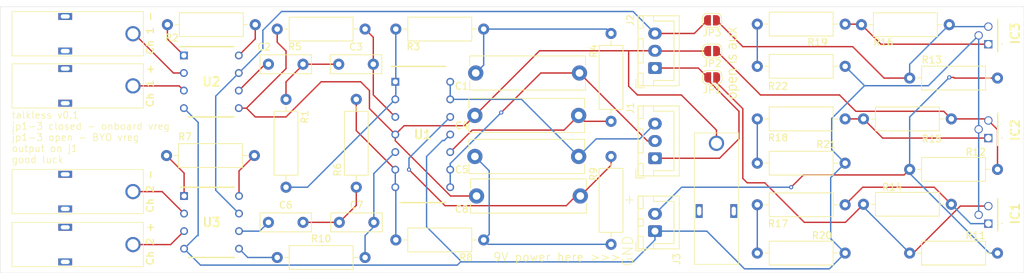
<source format=kicad_pcb>
(kicad_pcb (version 20240108) (generator "pcbnew") (generator_version "8.0")
  (layers (0 "F.Cu" signal) (31 "B.Cu" signal) (34 "B.Paste" user) (35 "F.Paste" user) (36 "B.SilkS" user "B.Silkscreen") (37 "F.SilkS" user "F.Silkscreen") (38 "B.Mask" user) (39 "F.Mask" user) (44 "Edge.Cuts" user))
  (net 0 "")
  (net 1 "Net-(C1-Pad1)")
  (net 2 "Net-(J1-Pin_2)")
  (net 3 "Net-(C2-Pad1)")
  (net 4 "Net-(C2-Pad2)")
  (net 5 "Net-(U1A-+)")
  (net 6 "Net-(U1B-+)")
  (net 7 "5.6V")
  (net 8 "Net-(C5-Pad1)")
  (net 9 "Net-(J1-Pin_3)")
  (net 10 "Net-(C6-Pad2)")
  (net 11 "Net-(C6-Pad1)")
  (net 12 "Net-(U1C-+)")
  (net 13 "Net-(U1D-+)")
  (net 14 "Net-(IC1-Pad1)")
  (net 15 "4V")
  (net 16 "0V")
  (net 17 "Net-(IC2-Pad1)")
  (net 18 "Net-(IC3-Pad1)")
  (net 19 "7.3V")
  (net 20 "Net-(U1A--)")
  (net 21 "9V")
  (net 22 "Net-(R17-Pad2)")
  (net 23 "Net-(R18-Pad2)")
  (net 24 "Net-(R19-Pad2)")
  (net 25 "Net-(U2--)")
  (net 26 "Net-(U3--)")
  (net 27 "Net-(U2-+)")
  (net 28 "Net-(U3-+)")
  (net 29 "Net-(R2-Pad1)")
  (net 30 "Net-(R2-Pad2)")
  (net 31 "Net-(R7-Pad2)")
  (net 32 "Net-(R7-Pad1)")
  (net 33 "Net-(U1B--)")
  (net 34 "Net-(JP1-A)")
  (net 35 "Net-(JP2-A)")
  (net 36 "Net-(JP3-A)")
  (footprint "lucia:EMSLIFE EE-B04" (layer "F.Cu") (at 184.15 103.25)
    (property "Reference" "S5" (hide yes))
    (property "Value" "DIN42802" (hide yes))
    (pad "1" thru_hole circle (at 0 -8) (size 2.2 2.2) (drill 1.6) (layers "*.Cu" "*.Mask") (net 7 "5.6V"))
    (pad "2" thru_hole rect (at -2.5 1.8) (size 1 2) (drill oval 0.6 1.3) (layers "*.Cu" "*.Mask"))
    (pad "2" thru_hole rect (at 2.5 1.8) (size 1 2) (drill oval 0.6 1.3) (layers "*.Cu" "*.Mask"))
  )
  (footprint "Resistor_THT:R_Axial_DIN0309_L9.0mm_D3.2mm_P12.70mm_Horizontal" (layer "F.Cu") (at 120.65 78.74)
    (property "Reference" "R5" (at 2.54 2.54 0) (layer "F.SilkS"))
    (property "Value" "160k")
    (pad "1" thru_hole circle (at 0 0) (size 1.6 1.6) (drill 0.8) (layers "*.Cu" "*.Mask") (net 7 "5.6V"))
    (pad "2" thru_hole oval (at 12.7 0) (size 1.6 1.6) (drill 0.8) (layers "*.Cu" "*.Mask") (net 5 "Net-(U1A-+)"))
  )
  (footprint "Resistor_THT:R_Axial_DIN0309_L9.0mm_D3.2mm_P12.70mm_Horizontal" (layer "F.Cu") (at 137.795 78.74)
    (property "Reference" "R3" (at 2.54 2.54 0) (layer "F.SilkS"))
    (property "Value" "20k")
    (pad "1" thru_hole circle (at 0 0) (size 1.6 1.6) (drill 0.8) (layers "*.Cu" "*.Mask") (net 20 "Net-(U1A--)"))
    (pad "2" thru_hole oval (at 12.7 0) (size 1.6 1.6) (drill 0.8) (layers "*.Cu" "*.Mask") (net 1 "Net-(C1-Pad1)"))
  )
  (footprint "Capacitor_THT:C_Rect_L7.2mm_W2.5mm_P5.00mm_FKS2_FKP2_MKS2_MKP2" (layer "F.Cu") (at 119.38 106.68)
    (property "Reference" "C6" (at 2.5 -2.5 0) (layer "F.SilkS"))
    (property "Value" "100n")
    (pad "1" thru_hole circle (at 0 0) (size 1.6 1.6) (drill 0.8) (layers "*.Cu" "*.Mask") (net 11 "Net-(C6-Pad1)"))
    (pad "2" thru_hole circle (at 5 0) (size 1.6 1.6) (drill 0.8) (layers "*.Cu" "*.Mask") (net 10 "Net-(C6-Pad2)"))
  )
  (footprint "lucia:TL431AIZT" (layer "F.Cu") (at 223.4512 106.865 90)
    (property "Reference" "IC1" (at 1.455 3.8788 90) (layer "F.SilkS") (effects (font (size 1.27 1.27) (thickness 0.254))))
    (property "Value" "TL431AIZT" (hide yes))
    (pad "1" thru_hole rect (at 0 0 90) (size 1.2 1.2) (drill 0.91) (layers "*.Cu" "*.Mask") (net 14 "Net-(IC1-Pad1)"))
    (pad "2" thru_hole circle (at 1.27 -1.4 90) (size 1.2 1.2) (drill 0.91) (layers "*.Cu" "*.Mask") (net 16 "0V"))
    (pad "3" thru_hole circle (at 2.54 0 90) (size 1.2 1.2) (drill 0.91) (layers "*.Cu" "*.Mask") (net 34 "Net-(JP1-A)"))
  )
  (footprint "Capacitor_THT:C_Rect_L16.5mm_W4.7mm_P15.00mm_MKT" (layer "F.Cu") (at 149.465 102.87)
    (property "Reference" "C8" (at -2.145 1.905 360) (layer "F.SilkS"))
    (property "Value" "2n")
    (pad "1" thru_hole circle (at 0 0) (size 2.2 2.2) (drill 1.1) (layers "*.Cu" "*.Mask") (net 7 "5.6V"))
    (pad "2" thru_hole circle (at 15 0) (size 2.2 2.2) (drill 1.1) (layers "*.Cu" "*.Mask") (net 13 "Net-(U1D-+)"))
  )
  (footprint "lucia:INA128PA" (layer "F.Cu") (at 111.158 106.68)
    (property "Reference" "U3" (at 0 0 0) (layer "F.SilkS") (effects (font (size 1.27 1.27) (thickness 0.254))))
    (property "Value" "INA128" (hide yes))
    (pad "1" thru_hole rect (at -3.97 -3.81) (size 1.13 1.13) (drill 0.73) (layers "*.Cu" "*.Mask") (net 32 "Net-(R7-Pad1)"))
    (pad "2" thru_hole circle (at -3.97 -1.27) (size 1.13 1.13) (drill 0.73) (layers "*.Cu" "*.Mask") (net 26 "Net-(U3--)"))
    (pad "3" thru_hole circle (at -3.97 1.27) (size 1.13 1.13) (drill 0.73) (layers "*.Cu" "*.Mask") (net 28 "Net-(U3-+)"))
    (pad "4" thru_hole circle (at -3.97 3.81) (size 1.13 1.13) (drill 0.73) (layers "*.Cu" "*.Mask") (net 16 "0V"))
    (pad "5" thru_hole circle (at 3.97 3.81) (size 1.13 1.13) (drill 0.73) (layers "*.Cu" "*.Mask") (net 7 "5.6V"))
    (pad "6" thru_hole circle (at 3.97 1.27) (size 1.13 1.13) (drill 0.73) (layers "*.Cu" "*.Mask") (net 11 "Net-(C6-Pad1)"))
    (pad "7" thru_hole circle (at 3.97 -1.27) (size 1.13 1.13) (drill 0.73) (layers "*.Cu" "*.Mask") (net 19 "7.3V"))
    (pad "8" thru_hole circle (at 3.97 -3.81) (size 1.13 1.13) (drill 0.73) (layers "*.Cu" "*.Mask") (net 31 "Net-(R7-Pad2)"))
  )
  (footprint "Resistor_THT:R_Axial_DIN0309_L9.0mm_D3.2mm_P12.70mm_Horizontal" (layer "F.Cu") (at 120.65 111.76)
    (property "Reference" "R10" (at 6.35 -2.72 0) (layer "F.SilkS"))
    (property "Value" "160k")
    (pad "1" thru_hole circle (at 0 0) (size 1.6 1.6) (drill 0.8) (layers "*.Cu" "*.Mask") (net 7 "5.6V"))
    (pad "2" thru_hole oval (at 12.7 0) (size 1.6 1.6) (drill 0.8) (layers "*.Cu" "*.Mask") (net 6 "Net-(U1B-+)"))
  )
  (footprint "Connector_JST:JST_XH_B2B-XH-A_1x02_P2.50mm_Vertical" (layer "F.Cu") (at 175.26 107.95 90)
    (property "Reference" "J3" (at -4.05 3.14 90) (layer "F.SilkS"))
    (property "Value" "Conn_01x02")
    (pad "1" thru_hole roundrect (at 0 0 90) (size 1.7 2) (drill 1) (layers "*.Cu" "*.Mask") (roundrect_rratio 0.147059) (net 16 "0V"))
    (pad "2" thru_hole oval (at 2.5 0 90) (size 1.7 2) (drill 1) (layers "*.Cu" "*.Mask") (net 21 "9V"))
  )
  (footprint "Capacitor_THT:C_Rect_L7.2mm_W2.5mm_P5.00mm_FKS2_FKP2_MKS2_MKP2" (layer "F.Cu") (at 129.62 106.68)
    (property "Reference" "C7" (at 2.5 -2.5 0) (layer "F.SilkS"))
    (property "Value" "100n")
    (pad "1" thru_hole circle (at 0 0) (size 1.6 1.6) (drill 0.8) (layers "*.Cu" "*.Mask") (net 10 "Net-(C6-Pad2)"))
    (pad "2" thru_hole circle (at 5 0) (size 1.6 1.6) (drill 0.8) (layers "*.Cu" "*.Mask") (net 6 "Net-(U1B-+)"))
  )
  (footprint "lucia:INA128PA" (layer "F.Cu") (at 111.125 86.36)
    (property "Reference" "U2" (at 0 0 360) (layer "F.SilkS") (effects (font (size 1.27 1.27) (thickness 0.254))))
    (property "Value" "INA128" (hide yes))
    (pad "1" thru_hole rect (at -3.97 -3.81) (size 1.13 1.13) (drill 0.73) (layers "*.Cu" "*.Mask") (net 29 "Net-(R2-Pad1)"))
    (pad "2" thru_hole circle (at -3.97 -1.27) (size 1.13 1.13) (drill 0.73) (layers "*.Cu" "*.Mask") (net 25 "Net-(U2--)"))
    (pad "3" thru_hole circle (at -3.97 1.27) (size 1.13 1.13) (drill 0.73) (layers "*.Cu" "*.Mask") (net 27 "Net-(U2-+)"))
    (pad "4" thru_hole circle (at -3.97 3.81) (size 1.13 1.13) (drill 0.73) (layers "*.Cu" "*.Mask") (net 16 "0V"))
    (pad "5" thru_hole circle (at 3.97 3.81) (size 1.13 1.13) (drill 0.73) (layers "*.Cu" "*.Mask") (net 7 "5.6V"))
    (pad "6" thru_hole circle (at 3.97 1.27) (size 1.13 1.13) (drill 0.73) (layers "*.Cu" "*.Mask") (net 3 "Net-(C2-Pad1)"))
    (pad "7" thru_hole circle (at 3.97 -1.27) (size 1.13 1.13) (drill 0.73) (layers "*.Cu" "*.Mask") (net 19 "7.3V"))
    (pad "8" thru_hole circle (at 3.97 -3.81) (size 1.13 1.13) (drill 0.73) (layers "*.Cu" "*.Mask") (net 30 "Net-(R2-Pad2)"))
  )
  (footprint "Resistor_THT:R_Axial_DIN0309_L9.0mm_D3.2mm_P12.70mm_Horizontal" (layer "F.Cu") (at 218.1 91.725 180)
    (property "Reference" "R15" (at 2.835 -2.89 360) (layer "F.SilkS"))
    (property "Value" "7.5k")
    (pad "1" thru_hole circle (at 0 0 180) (size 1.6 1.6) (drill 0.8) (layers "*.Cu" "*.Mask") (net 35 "Net-(JP2-A)"))
    (pad "2" thru_hole oval (at 12.7 0 180) (size 1.6 1.6) (drill 0.8) (layers "*.Cu" "*.Mask") (net 17 "Net-(IC2-Pad1)"))
  )
  (footprint "Resistor_THT:R_Axial_DIN0309_L9.0mm_D3.2mm_P12.70mm_Horizontal" (layer "F.Cu") (at 168.91 109.855 90)
    (property "Reference" "R9" (at 10.16 -2.54 90) (layer "F.SilkS"))
    (property "Value" "20k")
    (pad "1" thru_hole circle (at 0 0 90) (size 1.6 1.6) (drill 0.8) (layers "*.Cu" "*.Mask") (net 8 "Net-(C5-Pad1)"))
    (pad "2" thru_hole oval (at 12.7 0 90) (size 1.6 1.6) (drill 0.8) (layers "*.Cu" "*.Mask") (net 13 "Net-(U1D-+)"))
  )
  (footprint "Capacitor_THT:C_Rect_L16.5mm_W4.7mm_P15.00mm_MKT" (layer "F.Cu") (at 149.225 97.155)
    (property "Reference" "C5" (at -1.905 1.905 360) (layer "F.SilkS"))
    (property "Value" "2n")
    (pad "1" thru_hole circle (at 0 0) (size 2.2 2.2) (drill 1.1) (layers "*.Cu" "*.Mask") (net 8 "Net-(C5-Pad1)"))
    (pad "2" thru_hole circle (at 15 0) (size 2.2 2.2) (drill 1.1) (layers "*.Cu" "*.Mask") (net 9 "Net-(J1-Pin_3)"))
  )
  (footprint "Capacitor_THT:C_Rect_L16.5mm_W4.7mm_P15.00mm_MKT" (layer "F.Cu") (at 149.225 91.228334)
    (property "Reference" "C4" (at -1.905 1.481666 0) (layer "F.SilkS"))
    (property "Value" "2n" (hide yes))
    (pad "1" thru_hole circle (at 0 0) (size 2.2 2.2) (drill 1.1) (layers "*.Cu" "*.Mask") (net 7 "5.6V"))
    (pad "2" thru_hole circle (at 15 0) (size 2.2 2.2) (drill 1.1) (layers "*.Cu" "*.Mask") (net 12 "Net-(U1C-+)"))
  )
  (footprint "Resistor_THT:R_Axial_DIN0309_L9.0mm_D3.2mm_P12.70mm_Horizontal" (layer "F.Cu") (at 104.775 78.105)
    (property "Reference" "R2" (at 0.635 1.905 0) (layer "F.SilkS"))
    (property "Value" "500")
    (pad "1" thru_hole circle (at 0 0) (size 1.6 1.6) (drill 0.8) (layers "*.Cu" "*.Mask") (net 29 "Net-(R2-Pad1)"))
    (pad "2" thru_hole oval (at 12.7 0) (size 1.6 1.6) (drill 0.8) (layers "*.Cu" "*.Mask") (net 30 "Net-(R2-Pad2)"))
  )
  (footprint "lucia:EMSLIFE EE-B04" (layer "F.Cu") (at 91.8 79.415 -90)
    (property "Reference" "S2" (hide yes))
    (property "Value" "0.01p" (hide yes))
    (pad "1" thru_hole circle (at 0 -8 270) (size 2.2 2.2) (drill 1.6) (layers "*.Cu" "*.Mask") (net 25 "Net-(U2--)"))
    (pad "2" thru_hole rect (at -2.5 1.8 270) (size 1 2) (drill oval 0.6 1.3) (layers "*.Cu" "*.Mask"))
    (pad "2" thru_hole rect (at 2.5 1.8 270) (size 1 2) (drill oval 0.6 1.3) (layers "*.Cu" "*.Mask"))
  )
  (footprint "Resistor_THT:R_Axial_DIN0309_L9.0mm_D3.2mm_P12.70mm_Horizontal" (layer "F.Cu") (at 224.7762 99.025 180)
    (property "Reference" "R12" (at 3.1612 2.505 360) (layer "F.SilkS"))
    (property "Value" "470")
    (pad "1" thru_hole circle (at 0 0 180) (size 1.6 1.6) (drill 0.8) (layers "*.Cu" "*.Mask") (net 35 "Net-(JP2-A)"))
    (pad "2" thru_hole oval (at 12.7 0 180) (size 1.6 1.6) (drill 0.8) (layers "*.Cu" "*.Mask") (net 21 "9V"))
  )
  (footprint "Resistor_THT:R_Axial_DIN0309_L9.0mm_D3.2mm_P12.70mm_Horizontal" (layer "F.Cu") (at 212.0762 111.125)
    (property "Reference" "R11" (at 9.5388 -2.54 360) (layer "F.SilkS"))
    (property "Value" "470")
    (pad "1" thru_hole circle (at 0 0) (size 1.6 1.6) (drill 0.8) (layers "*.Cu" "*.Mask") (net 34 "Net-(JP1-A)"))
    (pad "2" thru_hole oval (at 12.7 0) (size 1.6 1.6) (drill 0.8) (layers "*.Cu" "*.Mask") (net 21 "9V"))
  )
  (footprint "lucia:EMSLIFE EE-B04" (layer "F.Cu") (at 91.8 86.955 -90)
    (property "Reference" "S1" (hide yes))
    (property "Value" "DIN42802" (hide yes))
    (pad "1" thru_hole circle (at 0 -8 270) (size 2.2 2.2) (drill 1.6) (layers "*.Cu" "*.Mask") (net 27 "Net-(U2-+)"))
    (pad "2" thru_hole rect (at -2.5 1.8 270) (size 1 2) (drill oval 0.6 1.3) (layers "*.Cu" "*.Mask"))
    (pad "2" thru_hole rect (at 2.5 1.8 270) (size 1 2) (drill oval 0.6 1.3) (layers "*.Cu" "*.Mask"))
  )
  (footprint "lucia:EMSLIFE EE-B04" (layer "F.Cu") (at 91.8 109.895 -90)
    (property "Reference" "S3" (hide yes))
    (property "Value" "DIN42802" (hide yes))
    (pad "1" thru_hole circle (at 0 -8 270) (size 2.2 2.2) (drill 1.6) (layers "*.Cu" "*.Mask") (net 28 "Net-(U3-+)"))
    (pad "2" thru_hole rect (at -2.5 1.8 270) (size 1 2) (drill oval 0.6 1.3) (layers "*.Cu" "*.Mask"))
    (pad "2" thru_hole rect (at 2.5 1.8 270) (size 1 2) (drill oval 0.6 1.3) (layers "*.Cu" "*.Mask"))
  )
  (footprint "Jumper:SolderJumper-2_P1.3mm_Open_RoundedPad1.0x1.5mm" (layer "F.Cu") (at 183.515 81.915 180)
    (property "Reference" "JP2" (at 0 -1.8 360) (layer "F.SilkS"))
    (property "Value" "SolderJumper_2_Open" (hide yes))
    (pad "1" smd custom (at -0.65 0 180) (size 1 0.5) (layers "F.Cu" "F.Mask") (net 35 "Net-(JP2-A)") (options (clearance outline) (anchor rect)) (primitives (gr_circle (center 0 0.25) (end 0.5 0.25) (width 0) (fill yes)) (gr_circle (center 0 -0.25) (end 0.5 -0.25) (width 0) (fill yes)) (gr_poly (pts (xy 0.5 0.75) (xy 0 0.75) (xy 0 -0.75) (xy 0.5 -0.75)) (width 0) (fill yes))))
    (pad "2" smd custom (at 0.65 0 180) (size 1 0.5) (layers "F.Cu" "F.Mask") (net 7 "5.6V") (options (clearance outline) (anchor rect)) (primitives (gr_circle (center 0 0.25) (end 0.5 0.25) (width 0) (fill yes)) (gr_circle (center 0 -0.25) (end 0.5 -0.25) (width 0) (fill yes)) (gr_poly (pts (xy 0 0.75) (xy -0.5 0.75) (xy -0.5 -0.75) (xy 0 -0.75)) (width 0) (fill yes))))
  )
  (footprint "Connector_JST:JST_XH_B3B-XH-A_1x03_P2.50mm_Vertical" (layer "F.Cu") (at 175.26 97.4125 90)
    (property "Reference" "J1" (at 7.2425 -3.55 90) (layer "F.SilkS"))
    (property "Value" "Conn_01x03")
    (pad "1" thru_hole roundrect (at 0 0 90) (size 1.7 1.95) (drill 0.95) (layers "*.Cu" "*.Mask") (roundrect_rratio 0.147059) (net 15 "4V"))
    (pad "2" thru_hole oval (at 2.5 0 90) (size 1.7 1.95) (drill 0.95) (layers "*.Cu" "*.Mask") (net 2 "Net-(J1-Pin_2)"))
    (pad "3" thru_hole oval (at 5 0 90) (size 1.7 1.95) (drill 0.95) (layers "*.Cu" "*.Mask") (net 9 "Net-(J1-Pin_3)"))
  )
  (footprint "Jumper:SolderJumper-2_P1.3mm_Open_RoundedPad1.0x1.5mm" (layer "F.Cu") (at 183.5 77.47 180)
    (property "Reference" "JP3" (at 0 -1.8 360) (layer "F.SilkS"))
    (property "Value" "SolderJumper_2_Open")
    (pad "1" smd custom (at -0.65 0 180) (size 1 0.5) (layers "F.Cu" "F.Mask") (net 36 "Net-(JP3-A)") (options (clearance outline) (anchor rect)) (primitives (gr_circle (center 0 0.25) (end 0.5 0.25) (width 0) (fill yes)) (gr_circle (center 0 -0.25) (end 0.5 -0.25) (width 0) (fill yes)) (gr_poly (pts (xy 0.5 0.75) (xy 0 0.75) (xy 0 -0.75) (xy 0.5 -0.75)) (width 0) (fill yes))))
    (pad "2" smd custom (at 0.65 0 180) (size 1 0.5) (layers "F.Cu" "F.Mask") (net 19 "7.3V") (options (clearance outline) (anchor rect)) (primitives (gr_circle (center 0 0.25) (end 0.5 0.25) (width 0) (fill yes)) (gr_circle (center 0 -0.25) (end 0.5 -0.25) (width 0) (fill yes)) (gr_poly (pts (xy 0 0.75) (xy -0.5 0.75) (xy -0.5 -0.75) (xy 0 -0.75)) (width 0) (fill yes))))
  )
  (footprint "Resistor_THT:R_Axial_DIN0309_L9.0mm_D3.2mm_P12.70mm_Horizontal" (layer "F.Cu") (at 202.75 104.14 180)
    (property "Reference" "R17" (at 9.71 -2.72 360) (layer "F.SilkS"))
    (property "Value" "330")
    (pad "1" thru_hole circle (at 0 0 180) (size 1.6 1.6) (drill 0.8) (layers "*.Cu" "*.Mask") (net 14 "Net-(IC1-Pad1)"))
    (pad "2" thru_hole oval (at 12.7 0 180) (size 1.6 1.6) (drill 0.8) (layers "*.Cu" "*.Mask") (net 22 "Net-(R17-Pad2)"))
  )
  (footprint "Resistor_THT:R_Axial_DIN0309_L9.0mm_D3.2mm_P12.70mm_Horizontal" (layer "F.Cu") (at 168.91 79.375 -90)
    (property "Reference" "R4" (at 2.54 2.54 90) (layer "F.SilkS"))
    (property "Value" "20k")
    (pad "1" thru_hole circle (at 0 0 270) (size 1.6 1.6) (drill 0.8) (layers "*.Cu" "*.Mask") (net 1 "Net-(C1-Pad1)"))
    (pad "2" thru_hole oval (at 12.7 0 270) (size 1.6 1.6) (drill 0.8) (layers "*.Cu" "*.Mask") (net 12 "Net-(U1C-+)"))
  )
  (footprint "Resistor_THT:R_Axial_DIN0309_L9.0mm_D3.2mm_P12.70mm_Horizontal" (layer "F.Cu") (at 132.08 101.6 90)
    (property "Reference" "R6" (at 2.54 -2.72 90) (layer "F.SilkS"))
    (property "Value" "160k")
    (pad "1" thru_hole circle (at 0 0 90) (size 1.6 1.6) (drill 0.8) (layers "*.Cu" "*.Mask") (net 10 "Net-(C6-Pad2)"))
    (pad "2" thru_hole oval (at 12.7 0 90) (size 1.6 1.6) (drill 0.8) (layers "*.Cu" "*.Mask") (net 33 "Net-(U1B--)"))
  )
  (footprint "Jumper:SolderJumper-2_P1.3mm_Open_RoundedPad1.0x1.5mm" (layer "F.Cu") (at 183.53 85.725 180)
    (property "Reference" "JP1" (at 0 -1.8 360) (layer "F.SilkS"))
    (property "Value" "SolderJumper_2_Open" (hide yes))
    (pad "1" smd custom (at -0.65 0 180) (size 1 0.5) (layers "F.Cu" "F.Mask") (net 34 "Net-(JP1-A)") (options (clearance outline) (anchor rect)) (primitives (gr_circle (center 0 0.25) (end 0.5 0.25) (width 0) (fill yes)) (gr_circle (center 0 -0.25) (end 0.5 -0.25) (width 0) (fill yes)) (gr_poly (pts (xy 0.5 0.75) (xy 0 0.75) (xy 0 -0.75) (xy 0.5 -0.75)) (width 0) (fill yes))))
    (pad "2" smd custom (at 0.65 0 180) (size 1 0.5) (layers "F.Cu" "F.Mask") (net 15 "4V") (options (clearance outline) (anchor rect)) (primitives (gr_circle (center 0 0.25) (end 0.5 0.25) (width 0) (fill yes)) (gr_circle (center 0 -0.25) (end 0.5 -0.25) (width 0) (fill yes)) (gr_poly (pts (xy 0 0.75) (xy -0.5 0.75) (xy -0.5 -0.75) (xy 0 -0.75)) (width 0) (fill yes))))
  )
  (footprint "Resistor_THT:R_Axial_DIN0309_L9.0mm_D3.2mm_P12.70mm_Horizontal" (layer "F.Cu") (at 205.4 104.069)
    (property "Reference" "R14" (at 4.15 -2.469 360) (layer "F.SilkS"))
    (property "Value" "4.7k")
    (pad "1" thru_hole circle (at 0 0) (size 1.6 1.6) (drill 0.8) (layers "*.Cu" "*.Mask") (net 34 "Net-(JP1-A)"))
    (pad "2" thru_hole oval (at 12.7 0) (size 1.6 1.6) (drill 0.8) (layers "*.Cu" "*.Mask") (net 14 "Net-(IC1-Pad1)"))
  )
  (footprint "lucia:TL074CN" (layer "F.Cu") (at 141.69 93.98)
    (property "Reference" "U1" (at 0 0 0) (layer "F.SilkS") (effects (font (size 1.27 1.27) (thickness 0.254))))
    (property "Value" "TL074" (hide yes))
    (pad "1" thru_hole rect (at -3.97 -7.62) (size 1.13 1.13) (drill 0.73) (layers "*.Cu" "*.Mask") (net 20 "Net-(U1A--)"))
    (pad "2" thru_hole circle (at -3.97 -5.08) (size 1.13 1.13) (drill 0.73) (layers "*.Cu" "*.Mask") (net 20 "Net-(U1A--)"))
    (pad "3" thru_hole circle (at -3.97 -2.54) (size 1.13 1.13) (drill 0.73) (layers "*.Cu" "*.Mask") (net 5 "Net-(U1A-+)"))
    (pad "4" thru_hole circle (at -3.97 0) (size 1.13 1.13) (drill 0.73) (layers "*.Cu" "*.Mask") (net 7 "5.6V"))
    (pad "5" thru_hole circle (at -3.97 2.54) (size 1.13 1.13) (drill 0.73) (layers "*.Cu" "*.Mask") (net 6 "Net-(U1B-+)"))
    (pad "6" thru_hole circle (at -3.97 5.08) (size 1.13 1.13) (drill 0.73) (layers "*.Cu" "*.Mask") (net 33 "Net-(U1B--)"))
    (pad "7" thru_hole circle (at -3.97 7.62) (size 1.13 1.13) (drill 0.73) (layers "*.Cu" "*.Mask") (net 33 "Net-(U1B--)"))
    (pad "8" thru_hole circle (at 3.97 7.62) (size 1.13 1.13) (drill 0.73) (layers "*.Cu" "*.Mask") (net 2 "Net-(J1-Pin_2)"))
    (pad "9" thru_hole circle (at 3.97 5.08) (size 1.13 1.13) (drill 0.73) (layers "*.Cu" "*.Mask") (net 2 "Net-(J1-Pin_2)"))
    (pad "10" thru_hole circle (at 3.97 2.54) (size 1.13 1.13) (drill 0.73) (layers "*.Cu" "*.Mask") (net 12 "Net-(U1C-+)"))
    (pad "11" thru_hole circle (at 3.97 0) (size 1.13 1.13) (drill 0.73) (layers "*.Cu" "*.Mask") (net 16 "0V"))
    (pad "12" thru_hole circle (at 3.97 -2.54) (size 1.13 1.13) (drill 0.73) (layers "*.Cu" "*.Mask") (net 13 "Net-(U1D-+)"))
    (pad "13" thru_hole circle (at 3.97 -5.08) (size 1.13 1.13) (drill 0.73) (layers "*.Cu" "*.Mask") (net 9 "Net-(J1-Pin_3)"))
    (pad "14" thru_hole circle (at 3.97 -7.62) (size 1.13 1.13) (drill 0.73) (layers "*.Cu" "*.Mask") (net 9 "Net-(J1-Pin_3)"))
  )
  (footprint "lucia:EMSLIFE EE-B04" (layer "F.Cu") (at 91.8 102.235 -90)
    (property "Reference" "S4" (hide yes))
    (property "Value" "0.01p" (hide yes))
    (pad "1" thru_hole circle (at 0 -8 270) (size 2.2 2.2) (drill 1.6) (layers "*.Cu" "*.Mask") (net 26 "Net-(U3--)"))
    (pad "2" thru_hole rect (at -2.5 1.8 270) (size 1 2) (drill oval 0.6 1.3) (layers "*.Cu" "*.Mask"))
    (pad "2" thru_hole rect (at 2.5 1.8 270) (size 1 2) (drill oval 0.6 1.3) (layers "*.Cu" "*.Mask"))
  )
  (footprint "Resistor_THT:R_Axial_DIN0309_L9.0mm_D3.2mm_P12.70mm_Horizontal" (layer "F.Cu") (at 202.75 78.025 180)
    (property "Reference" "R19" (at 3.995 -2.62 360) (layer "F.SilkS"))
    (property "Value" "150")
    (pad "1" thru_hole circle (at 0 0 180) (size 1.6 1.6) (drill 0.8) (layers "*.Cu" "*.Mask") (net 18 "Net-(IC3-Pad1)"))
    (pad "2" thru_hole oval (at 12.7 0 180) (size 1.6 1.6) (drill 0.8) (layers "*.Cu" "*.Mask") (net 24 "Net-(R19-Pad2)"))
  )
  (footprint "Connector_JST:JST_XH_B3B-XH-A_1x03_P2.50mm_Vertical" (layer "F.Cu") (at 175.26 84.375 90)
    (property "Reference" "J2" (at 6.905 -3.55 90) (layer "F.SilkS"))
    (property "Value" "Conn_01x03")
    (pad "1" thru_hole roundrect (at 0 0 90) (size 1.7 1.95) (drill 0.95) (layers "*.Cu" "*.Mask") (roundrect_rratio 0.147059) (net 15 "4V"))
    (pad "2" thru_hole oval (at 2.5 0 90) (size 1.7 1.95) (drill 0.95) (layers "*.Cu" "*.Mask") (net 7 "5.6V"))
    (pad "3" thru_hole oval (at 5 0 90) (size 1.7 1.95) (drill 0.95) (layers "*.Cu" "*.Mask") (net 19 "7.3V"))
  )
  (footprint "lucia:TL431AIZT" (layer "F.Cu") (at 223.4512 80.925 90)
    (property "Reference" "IC3" (at 1.55 3.8788 90) (layer "F.SilkS") (effects (font (size 1.27 1.27) (thickness 0.254))))
    (property "Value" "TL431AIZT" (hide yes))
    (pad "1" thru_hole rect (at 0 0 90) (size 1.2 1.2) (drill 0.91) (layers "*.Cu" "*.Mask") (net 18 "Net-(IC3-Pad1)"))
    (pad "2" thru_hole circle (at 1.27 -1.4 90) (size 1.2 1.2) (drill 0.91) (layers "*.Cu" "*.Mask") (net 16 "0V"))
    (pad "3" thru_hole circle (at 2.54 0 90) (size 1.2 1.2) (drill 0.91) (layers "*.Cu" "*.Mask") (net 36 "Net-(JP3-A)"))
  )
  (footprint "Resistor_THT:R_Axial_DIN0309_L9.0mm_D3.2mm_P12.70mm_Horizontal" (layer "F.Cu") (at 217.805 78.105 180)
    (property "Reference" "R16" (at 9.525 -2.54 360) (layer "F.SilkS"))
    (property "Value" "2.2k")
    (pad "1" thru_hole circle (at 0 0 180) (size 1.6 1.6) (drill 0.8) (layers "*.Cu" "*.Mask") (net 36 "Net-(JP3-A)"))
    (pad "2" thru_hole oval (at 12.7 0 180) (size 1.6 1.6) (drill 0.8) (layers "*.Cu" "*.Mask") (net 18 "Net-(IC3-Pad1)"))
  )
  (footprint "lucia:TL431AIZT" (layer "F.Cu") (at 223.4512 94.495 90)
    (property "Reference" "IC2" (at 1.15 3.8788 90) (layer "F.SilkS") (effects (font (size 1.27 1.27) (thickness 0.254))))
    (property "Value" "TL431AIZT" (hide yes))
    (pad "1" thru_hole rect (at 0 0 90) (size 1.2 1.2) (drill 0.91) (layers "*.Cu" "*.Mask") (net 17 "Net-(IC2-Pad1)"))
    (pad "2" thru_hole circle (at 1.27 -1.4 90) (size 1.2 1.2) (drill 0.91) (layers "*.Cu" "*.Mask") (net 16 "0V"))
    (pad "3" thru_hole circle (at 2.54 0 90) (size 1.2 1.2) (drill 0.91) (layers "*.Cu" "*.Mask") (net 35 "Net-(JP2-A)"))
  )
  (footprint "Resistor_THT:R_Axial_DIN0309_L9.0mm_D3.2mm_P12.70mm_Horizontal" (layer "F.Cu") (at 137.795 109.22)
    (property "Reference" "R8" (at 10.16 2.54 0) (layer "F.SilkS"))
    (property "Value" "20k")
    (pad "1" thru_hole circle (at 0 0) (size 1.6 1.6) (drill 0.8) (layers "*.Cu" "*.Mask") (net 33 "Net-(U1B--)"))
    (pad "2" thru_hole oval (at 12.7 0) (size 1.6 1.6) (drill 0.8) (layers "*.Cu" "*.Mask") (net 8 "Net-(C5-Pad1)"))
  )
  (footprint "Resistor_THT:R_Axial_DIN0309_L9.0mm_D3.2mm_P12.70mm_Horizontal" (layer "F.Cu") (at 190.05 111.125)
    (property "Reference" "R20" (at 9.34 -2.54 360) (layer "F.SilkS"))
    (property "Value" "7.5k")
    (pad "1" thru_hole circle (at 0 0) (size 1.6 1.6) (drill 0.8) (layers "*.Cu" "*.Mask") (net 22 "Net-(R17-Pad2)"))
    (pad "2" thru_hole oval (at 12.7 0) (size 1.6 1.6) (drill 0.8) (layers "*.Cu" "*.Mask") (net 16 "0V"))
  )
  (footprint "Resistor_THT:R_Axial_DIN0309_L9.0mm_D3.2mm_P12.70mm_Horizontal" (layer "F.Cu") (at 212.0762 85.825)
    (property "Reference" "R13" (at 3.1888 -2.64 360) (layer "F.SilkS"))
    (property "Value" "470")
    (pad "1" thru_hole circle (at 0 0) (size 1.6 1.6) (drill 0.8) (layers "*.Cu" "*.Mask") (net 36 "Net-(JP3-A)"))
    (pad "2" thru_hole oval (at 12.7 0) (size 1.6 1.6) (drill 0.8) (layers "*.Cu" "*.Mask") (net 21 "9V"))
  )
  (footprint "Resistor_THT:R_Axial_DIN0309_L9.0mm_D3.2mm_P12.70mm_Horizontal" (layer "F.Cu") (at 104.648 97.023332)
    (property "Reference" "R7" (at 2.667 -2.72 0) (layer "F.SilkS"))
    (property "Value" "500")
    (pad "1" thru_hole circle (at 0 0) (size 1.6 1.6) (drill 0.8) (layers "*.Cu" "*.Mask") (net 32 "Net-(R7-Pad1)"))
    (pad "2" thru_hole oval (at 12.7 0) (size 1.6 1.6) (drill 0.8) (layers "*.Cu" "*.Mask") (net 31 "Net-(R7-Pad2)"))
  )
  (footprint "Capacitor_THT:C_Rect_L7.2mm_W2.5mm_P5.00mm_FKS2_FKP2_MKS2_MKP2" (layer "F.Cu") (at 119.38 83.82)
    (property "Reference" "C2" (at -0.635 -2.5 0) (layer "F.SilkS"))
    (property "Value" "100n")
    (pad "1" thru_hole circle (at 0 0) (size 1.6 1.6) (drill 0.8) (layers "*.Cu" "*.Mask") (net 3 "Net-(C2-Pad1)"))
    (pad "2" thru_hole circle (at 5 0) (size 1.6 1.6) (drill 0.8) (layers "*.Cu" "*.Mask") (net 4 "Net-(C2-Pad2)"))
  )
  (footprint "Capacitor_THT:C_Rect_L7.2mm_W2.5mm_P5.00mm_FKS2_FKP2_MKS2_MKP2" (layer "F.Cu") (at 129.54 83.82)
    (property "Reference" "C3" (at 2.5 -2.5 0) (layer "F.SilkS"))
    (property "Value" "100n")
    (pad "1" thru_hole circle (at 0 0) (size 1.6 1.6) (drill 0.8) (layers "*.Cu" "*.Mask") (net 4 "Net-(C2-Pad2)"))
    (pad "2" thru_hole circle (at 5 0) (size 1.6 1.6) (drill 0.8) (layers "*.Cu" "*.Mask") (net 5 "Net-(U1A-+)"))
  )
  (footprint "Resistor_THT:R_Axial_DIN0309_L9.0mm_D3.2mm_P12.70mm_Horizontal" (layer "F.Cu") (at 190.05 98.125)
    (property "Reference" "R21" (at 9.975 -2.72 360) (layer "F.SilkS"))
    (property "Value" "5.6k")
    (pad "1" thru_hole circle (at 0 0) (size 1.6 1.6) (drill 0.8) (layers "*.Cu" "*.Mask") (net 23 "Net-(R18-Pad2)"))
    (pad "2" thru_hole oval (at 12.7 0) (size 1.6 1.6) (drill 0.8) (layers "*.Cu" "*.Mask") (net 16 "0V"))
  )
  (footprint "Capacitor_THT:C_Rect_L16.5mm_W4.7mm_P15.00mm_MKT" (layer "F.Cu") (at 149.345 85.09)
    (property "Reference" "C1" (at -2.025 1.905 360) (layer "F.SilkS"))
    (property "Value" "2n")
    (pad "1" thru_hole circle (at 0 0) (size 2.2 2.2) (drill 1.1) (layers "*.Cu" "*.Mask") (net 1 "Net-(C1-Pad1)"))
    (pad "2" thru_hole circle (at 15 0) (size 2.2 2.2) (drill 1.1) (layers "*.Cu" "*.Mask") (net 2 "Net-(J1-Pin_2)"))
  )
  (footprint "Resistor_THT:R_Axial_DIN0309_L9.0mm_D3.2mm_P12.70mm_Horizontal" (layer "F.Cu") (at 121.92 88.9 -90)
    (property "Reference" "R1" (at 2.54 -2.72 90) (layer "F.SilkS"))
    (property "Value" "160k")
    (pad "1" thru_hole circle (at 0 0 270) (size 1.6 1.6) (drill 0.8) (layers "*.Cu" "*.Mask") (net 4 "Net-(C2-Pad2)"))
    (pad "2" thru_hole oval (at 12.7 0 270) (size 1.6 1.6) (drill 0.8) (layers "*.Cu" "*.Mask") (net 20 "Net-(U1A--)"))
  )
  (footprint "Resistor_THT:R_Axial_DIN0309_L9.0mm_D3.2mm_P12.70mm_Horizontal" (layer "F.Cu") (at 202.75 91.725 180)
    (property "Reference" "R18" (at 9.71 -2.72 360) (layer "F.SilkS"))
    (property "Value" "470")
    (pad "1" thru_hole circle (at 0 0 180) (size 1.6 1.6) (drill 0.8) (layers "*.Cu" "*.Mask") (net 17 "Net-(IC2-Pad1)"))
    (pad "2" thru_hole oval (at 12.7 0 180) (size 1.6 1.6) (drill 0.8) (layers "*.Cu" "*.Mask") (net 23 "Net-(R18-Pad2)"))
  )
  (footprint "Resistor_THT:R_Axial_DIN0309_L9.0mm_D3.2mm_P12.70mm_Horizontal" (layer "F.Cu") (at 190.05 84.125)
    (property "Reference" "R22" (at 2.99 2.87 360) (layer "F.SilkS"))
    (property "Value" "1k")
    (pad "1" thru_hole circle (at 0 0) (size 1.6 1.6) (drill 0.8) (layers "*.Cu" "*.Mask") (net 24 "Net-(R19-Pad2)"))
    (pad "2" thru_hole oval (at 12.7 0) (size 1.6 1.6) (drill 0.8) (layers "*.Cu" "*.Mask") (net 16 "0V"))
  )
  (gr_rect (start 80.6 75.5) (end 228.6 114) (stroke (width 0.05)) (fill none) (layer "Edge.Cuts"))
  (gr_text "talkless v0.1\njp1-3 closed - onboard vreg\njp1-3 open - BYO vreg\noutput on j1\ngood luck" (at 82.2 98.2 0) (layer "F.SilkS") (effects (font (size 1 1) (thickness 0.1)) (justify left bottom)))
  (gr_text "Ch 2 +" (at 102.87 113.03 90) (layer "F.SilkS") (effects (font (size 1 1.1) (thickness 0.1875)) (justify left bottom)))
  (gr_text "9V power here >>>" (at 151.8 112.4 0) (layer "F.SilkS") (effects (font (size 1.2 1.2) (thickness 0.125)) (justify left bottom)))
  (gr_text "+" (at 170.6 104.2 0) (layer "F.SilkS") (effects (font (size 1.5 1.5) (thickness 0.1)) (justify left bottom)))
  (gr_text "GND" (at 172.2 113.2 90) (layer "F.SilkS") (effects (font (size 1.5 1.5) (thickness 0.1)) (justify left bottom)))
  (gr_text "Ch 2 -" (at 102.87 105.41 90) (layer "F.SilkS") (effects (font (size 1 1.1) (thickness 0.1875)) (justify left bottom)))
  (gr_text "Ch 1 +" (at 102.87 90.17 90) (layer "F.SilkS") (effects (font (size 1 1.1) (thickness 0.1875)) (justify left bottom)))
  (gr_text "Ch 1 -" (at 102.87 82.55 90) (layer "F.SilkS") (effects (font (size 1 1.1) (thickness 0.1875)) (justify left bottom)))
  (gr_text "open is aux" (at 187.325 88.9 90) (layer "F.SilkS") (effects (font (size 1.5 1.3) (thickness 0.1875)) (justify left bottom)))
  (segment (start 150.495 83.94) (end 149.345 85.09) (width 0.2) (layer "B.Cu") (net 1))
  (segment (start 150.495 78.74) (end 168.275 78.74) (width 0.2) (layer "B.Cu") (net 1))
  (segment (start 168.275 78.74) (end 168.91 79.375) (width 0.2) (layer "B.Cu") (net 1))
  (segment (start 150.495 78.74) (end 150.495 83.94) (width 0.2) (layer "B.Cu") (net 1))
  (segment (start 164.345 85.09) (end 174.1675 94.9125) (width 0.2) (layer "F.Cu") (net 2))
  (segment (start 153.035 90.805) (end 158.75 85.09) (width 0.2) (layer "F.Cu") (net 2))
  (segment (start 174.1675 94.9125) (end 175.26 94.9125) (width 0.2) (layer "F.Cu") (net 2))
  (segment (start 158.75 85.09) (end 164.345 85.09) (width 0.2) (layer "F.Cu") (net 2))
  (via (at 153.035 90.805) (size 0.6) (drill 0.3) (layers "F.Cu" "B.Cu") (net 2))
  (segment (start 145.66 98.18) (end 153.035 90.805) (width 0.2) (layer "B.Cu") (net 2))
  (segment (start 145.66 101.6) (end 145.66 99.06) (width 0.2) (layer "B.Cu") (net 2))
  (segment (start 145.66 99.06) (end 145.66 98.18) (width 0.2) (layer "B.Cu") (net 2))
  (segment (start 115.095 87.63) (end 118.905 83.82) (width 0.2) (layer "F.Cu") (net 3))
  (segment (start 118.905 83.82) (end 119.38 83.82) (width 0.2) (layer "F.Cu") (net 3))
  (segment (start 124.38 83.82) (end 124.46 83.82) (width 0.2) (layer "F.Cu") (net 4))
  (segment (start 124.38 83.82) (end 129.54 83.82) (width 0.2) (layer "F.Cu") (net 4))
  (segment (start 121.92 86.36) (end 121.92 88.9) (width 0.2) (layer "F.Cu") (net 4))
  (segment (start 124.46 83.82) (end 121.92 86.36) (width 0.2) (layer "F.Cu") (net 4))
  (segment (start 134.54 79.93) (end 133.35 78.74) (width 0.2) (layer "F.Cu") (net 5))
  (segment (start 134.54 83.82) (end 134.54 88.26) (width 0.2) (layer "F.Cu") (net 5))
  (segment (start 134.54 88.26) (end 137.72 91.44) (width 0.2) (layer "F.Cu") (net 5))
  (segment (start 134.54 83.82) (end 134.54 79.93) (width 0.2) (layer "F.Cu") (net 5))
  (segment (start 134.62 107.315) (end 133.35 108.585) (width 0.2) (layer "B.Cu") (net 6))
  (segment (start 134.62 106.68) (end 134.62 99.62) (width 0.2) (layer "B.Cu") (net 6))
  (segment (start 133.35 108.585) (end 133.35 111.76) (width 0.2) (layer "B.Cu") (net 6))
  (segment (start 134.62 99.62) (end 137.72 96.52) (width 0.2) (layer "B.Cu") (net 6))
  (segment (start 134.62 106.68) (end 134.62 107.315) (width 0.2) (layer "B.Cu") (net 6))
  (segment (start 121.92 81.915) (end 121.92 84.455) (width 0.2) (layer "F.Cu") (net 7))
  (segment (start 116.205 90.17) (end 115.095 90.17) (width 0.2) (layer "F.Cu") (net 7))
  (segment (start 127 86.36) (end 121.92 91.44) (width 0.2) (layer "F.Cu") (net 7))
  (segment (start 145.706705 102.87) (end 137.72 94.883295) (width 0.2) (layer "F.Cu") (net 7))
  (segment (start 171.45 81.875) (end 171.45 86.995) (width 0.2) (layer "F.Cu") (net 7))
  (segment (start 182.865 81.915) (end 175.3 81.915) (width 0.2) (layer "F.Cu") (net 7))
  (segment (start 175.26 81.875) (end 175.855 81.875) (width 0.2) (layer "F.Cu") (net 7))
  (segment (start 121.92 91.44) (end 117.475 91.44) (width 0.2) (layer "F.Cu") (net 7))
  (segment (start 137.72 93.98) (end 133.985 90.245) (width 0.2) (layer "F.Cu") (net 7))
  (segment (start 120.65 80.645) (end 121.92 81.915) (width 0.2) (layer "F.Cu") (net 7))
  (segment (start 175.3 81.915) (end 175.26 81.875) (width 0.2) (layer "F.Cu") (net 7))
  (segment (start 117.475 91.44) (end 116.205 90.17) (width 0.2) (layer "F.Cu") (net 7))
  (segment (start 184.15 93.345) (end 184.15 95.25) (width 0.2) (layer "F.Cu") (net 7))
  (segment (start 133.985 90.245) (end 133.985 87.63) (width 0.2) (layer "F.Cu") (net 7))
  (segment (start 175.855 81.875) (end 175.895 81.915) (width 0.2) (layer "F.Cu") (net 7))
  (segment (start 121.92 84.455) (end 116.205 90.17) (width 0.2) (layer "F.Cu") (net 7))
  (segment (start 120.65 78.74) (end 120.65 80.645) (width 0.2) (layer "F.Cu") (net 7))
  (segment (start 175.26 81.875) (end 171.45 81.875) (width 0.2) (layer "F.Cu") (net 7))
  (segment (start 172.72 88.265) (end 179.07 88.265) (width 0.2) (layer "F.Cu") (net 7))
  (segment (start 171.45 86.995) (end 172.72 88.265) (width 0.2) (layer "F.Cu") (net 7))
  (segment (start 179.07 88.265) (end 184.15 93.345) (width 0.2) (layer "F.Cu") (net 7))
  (segment (start 133.985 87.63) (end 132.715 86.36) (width 0.2) (layer "F.Cu") (net 7))
  (segment (start 158.578334 81.875) (end 149.225 91.228334) (width 0.2) (layer "F.Cu") (net 7))
  (segment (start 137.72 94.883295) (end 137.72 93.98) (width 0.2) (layer "F.Cu") (net 7))
  (segment (start 147.743334 92.71) (end 138.99 92.71) (width 0.2) (layer "F.Cu") (net 7))
  (segment (start 149.465 102.87) (end 145.706705 102.87) (width 0.2) (layer "F.Cu") (net 7))
  (segment (start 171.45 81.875) (end 158.578334 81.875) (width 0.2) (layer "F.Cu") (net 7))
  (segment (start 138.99 92.71) (end 137.72 93.98) (width 0.2) (layer "F.Cu") (net 7))
  (segment (start 132.715 86.36) (end 127 86.36) (width 0.2) (layer "F.Cu") (net 7))
  (segment (start 149.225 91.228334) (end 147.743334 92.71) (width 0.2) (layer "F.Cu") (net 7))
  (segment (start 120.65 111.76) (end 116.398 111.76) (width 0.2) (layer "B.Cu") (net 7))
  (segment (start 116.398 111.76) (end 115.128 110.49) (width 0.2) (layer "B.Cu") (net 7))
  (segment (start 151.294999 108.420001) (end 150.495 109.22) (width 0.2) (layer "B.Cu") (net 8))
  (segment (start 168.91 109.855) (end 151.13 109.855) (width 0.2) (layer "B.Cu") (net 8))
  (segment (start 149.225 97.155) (end 151.294999 99.224999) (width 0.2) (layer "B.Cu") (net 8))
  (segment (start 151.13 109.855) (end 150.495 109.22) (width 0.2) (layer "B.Cu") (net 8))
  (segment (start 151.294999 99.224999) (end 151.294999 108.420001) (width 0.2) (layer "B.Cu") (net 8))
  (segment (start 173.0575 94.615) (end 175.26 92.4125) (width 0.2) (layer "B.Cu") (net 9))
  (segment (start 164.225 97.155) (end 166.765 94.615) (width 0.2) (layer "B.Cu") (net 9))
  (segment (start 155.97 88.9) (end 164.225 97.155) (width 0.2) (layer "B.Cu") (net 9))
  (segment (start 145.66 88.9) (end 155.97 88.9) (width 0.2) (layer "B.Cu") (net 9))
  (segment (start 166.765 94.615) (end 173.0575 94.615) (width 0.2) (layer "B.Cu") (net 9))
  (segment (start 145.66 88.9) (end 145.66 86.36) (width 0.2) (layer "B.Cu") (net 9))
  (segment (start 132.08 104.22) (end 129.62 106.68) (width 0.2) (layer "F.Cu") (net 10))
  (segment (start 132.08 101.6) (end 132.08 104.22) (width 0.2) (layer "F.Cu") (net 10))
  (segment (start 124.38 106.68) (end 129.62 106.68) (width 0.2) (layer "F.Cu") (net 10))
  (segment (start 118.11 107.95) (end 119.38 106.68) (width 0.2) (layer "B.Cu") (net 11))
  (segment (start 115.128 107.95) (end 118.11 107.95) (width 0.2) (layer "B.Cu") (net 11))
  (segment (start 162.108334 93.345) (end 148.835 93.345) (width 0.2) (layer "F.Cu") (net 12))
  (segment (start 165.071666 92.075) (end 164.225 91.228334) (width 0.2) (layer "F.Cu") (net 12))
  (segment (start 168.91 92.075) (end 165.071666 92.075) (width 0.2) (layer "F.Cu") (net 12))
  (segment (start 164.225 91.228334) (end 162.108334 93.345) (width 0.2) (layer "F.Cu") (net 12))
  (segment (start 148.835 93.345) (end 145.66 96.52) (width 0.2) (layer "F.Cu") (net 12))
  (segment (start 163.83 102.87) (end 162.43 104.27) (width 0.2) (layer "F.Cu") (net 13))
  (segment (start 144.91 104.27) (end 139.7 99.06) (width 0.2) (layer "F.Cu") (net 13))
  (segment (start 164.465 102.87) (end 163.83 102.87) (width 0.2) (layer "F.Cu") (net 13))
  (segment (start 162.43 104.27) (end 144.91 104.27) (width 0.2) (layer "F.Cu") (net 13))
  (segment (start 168.91 98.425) (end 168.91 97.155) (width 0.2) (layer "F.Cu") (net 13))
  (segment (start 164.465 102.87) (end 168.91 98.425) (width 0.2) (layer "F.Cu") (net 13))
  (via (at 139.7 99.06) (size 0.6) (drill 0.3) (layers "F.Cu" "B.Cu") (net 13))
  (segment (start 139.7 97.4) (end 145.66 91.44) (width 0.2) (layer "B.Cu") (net 13))
  (segment (start 139.7 99.06) (end 139.7 97.4) (width 0.2) (layer "B.Cu") (net 13))
  (segment (start 205.29 101.6) (end 215.631 101.6) (width 0.2) (layer "F.Cu") (net 14))
  (segment (start 215.631 101.6) (end 218.1 104.069) (width 0.2) (layer "F.Cu") (net 14))
  (segment (start 202.75 104.14) (end 205.29 101.6) (width 0.2) (layer "F.Cu") (net 14))
  (segment (start 220.896 106.865) (end 218.1 104.069) (width 0.2) (layer "B.Cu") (net 14))
  (segment (start 223.4512 106.865) (end 220.896 106.865) (width 0.2) (layer "B.Cu") (net 14))
  (segment (start 181.53 84.375) (end 182.88 85.725) (width 0.2) (layer "F.Cu") (net 15))
  (segment (start 187.4 94.6) (end 184.5875 97.4125) (width 0.2) (layer "F.Cu") (net 15))
  (segment (start 187.4 90.626337) (end 187.4 94.6) (width 0.2) (layer "F.Cu") (net 15))
  (segment (start 175.26 84.375) (end 181.53 84.375) (width 0.2) (layer "F.Cu") (net 15))
  (segment (start 182.88 86.106337) (end 187.4 90.626337) (width 0.2) (layer "F.Cu") (net 15))
  (segment (start 184.5875 97.4125) (end 175.26 97.4125) (width 0.2) (layer "F.Cu") (net 15))
  (segment (start 182.88 85.725) (end 182.88 86.106337) (width 0.2) (layer "F.Cu") (net 15))
  (segment (start 200.475 113.4) (end 202.75 111.125) (width 0.2) (layer "B.Cu") (net 16))
  (segment (start 188.2 113.4) (end 200.475 113.4) (width 0.2) (layer "B.Cu") (net 16))
  (segment (start 147.32 112.395) (end 147.15 112.395) (width 0.2) (layer "B.Cu") (net 16))
  (segment (start 205.55 86.925) (end 202.75 84.125) (width 0.2) (layer "B.Cu") (net 16))
  (segment (start 172.085 112.395) (end 147.955 112.395) (width 0.2) (layer "B.Cu") (net 16))
  (segment (start 144.55 94.845) (end 142.24 97.155) (width 0.2) (layer "B.Cu") (net 16))
  (segment (start 107.155 90.17) (end 109.22 92.235) (width 0.2) (layer "B.Cu") (net 16))
  (segment (start 222.0512 93.225) (end 222.0512 79.655) (width 0.2) (layer "B.Cu") (net 16))
  (segment (start 109.22 92.235) (end 109.22 108.585) (width 0.2) (layer "B.Cu") (net 16))
  (segment (start 109.558 112.86) (end 107.188 110.49) (width 0.2) (layer "B.Cu") (net 16))
  (segment (start 145.66 93.98) (end 144.795 94.845) (width 0.2) (layer "B.Cu") (net 16))
  (segment (start 214.7812 86.925) (end 205.55 86.925) (width 0.2) (layer "B.Cu") (net 16))
  (segment (start 200.8 96.175) (end 200.8 91.675) (width 0.2) (layer "B.Cu") (net 16))
  (segment (start 109.093 108.585) (end 107.188 110.49) (width 0.2) (layer "B.Cu") (net 16))
  (segment (start 175.26 107.95) (end 175.26 109.22) (width 0.2) (layer "B.Cu") (net 16))
  (segment (start 142.24 107.315) (end 147.32 112.395) (width 0.2) (layer "B.Cu") (net 16))
  (segment (start 109.22 108.585) (end 109.093 108.585) (width 0.2) (layer "B.Cu") (net 16))
  (segment (start 200.66 109.035) (end 200.66 100.215) (width 0.2) (layer "B.Cu") (net 16))
  (segment (start 147.15 112.395) (end 146.685 112.86) (width 0.2) (layer "B.Cu") (net 16))
  (segment (start 175.26 109.22) (end 172.085 112.395) (width 0.2) (layer "B.Cu") (net 16))
  (segment (start 222.0512 93.225) (end 222.0512 105.595) (width 0.2) (layer "B.Cu") (net 16))
  (segment (start 200.66 100.215) (end 202.75 98.125) (width 0.2) (layer "B.Cu") (net 16))
  (segment (start 175.26 107.95) (end 182.75 107.95) (width 0.2) (layer "B.Cu") (net 16))
  (segment (start 146.685 112.86) (end 109.558 112.86) (width 0.2) (layer "B.Cu") (net 16))
  (segment (start 200.8 91.675) (end 205.55 86.925) (width 0.2) (layer "B.Cu") (net 16))
  (segment (start 144.795 94.845) (end 144.55 94.845) (width 0.2) (layer "B.Cu") (net 16))
  (segment (start 182.75 107.95) (end 188.2 113.4) (width 0.2) (layer "B.Cu") (net 16))
  (segment (start 202.75 111.125) (end 200.66 109.035) (width 0.2) (layer "B.Cu") (net 16))
  (segment (start 147.955 112.395) (end 147.32 112.395) (width 0.2) (layer "B.Cu") (net 16))
  (segment (start 202.75 98.125) (end 200.8 96.175) (width 0.2) (layer "B.Cu") (net 16))
  (segment (start 142.24 97.155) (end 142.24 107.315) (width 0.2) (layer "B.Cu") (net 16))
  (segment (start 222.0512 79.655) (end 214.7812 86.925) (width 0.2) (layer "B.Cu") (net 16))
  (segment (start 205.4 91.725) (end 208.17 94.495) (width 0.2) (layer "F.Cu") (net 17))
  (segment (start 208.17 94.495) (end 223.4512 94.495) (width 0.2) (layer "F.Cu") (net 17))
  (segment (start 202.75 91.725) (end 205.4 91.725) (width 0.2) (layer "F.Cu") (net 17))
  (segment (start 202.75 78.025) (end 205.025 78.025) (width 0.2) (layer "F.Cu") (net 18))
  (segment (start 205.025 78.025) (end 205.105 78.105) (width 0.2) (layer "F.Cu") (net 18))
  (segment (start 205.105 78.105) (end 207.925 80.925) (width 0.2) (layer "F.Cu") (net 18))
  (segment (start 207.925 80.925) (end 223.4512 80.925) (width 0.2) (layer "F.Cu") (net 18))
  (segment (start 180.945 79.375) (end 182.85 77.47) (width 0.2) (layer "F.Cu") (net 19))
  (segment (start 175.26 79.375) (end 180.945 79.375) (width 0.2) (layer "F.Cu") (net 19))
  (segment (start 118.575 78.91) (end 121.285 76.2) (width 0.2) (layer "B.Cu") (net 19))
  (segment (start 118.575 81.61) (end 118.575 78.91) (width 0.2) (layer "B.Cu") (net 19))
  (segment (start 115.128 105.41) (end 111.76 102.042) (width 0.2) (layer "B.Cu") (net 19))
  (segment (start 121.285 76.2) (end 172.085 76.2) (width 0.2) (layer "B.Cu") (net 19))
  (segment (start 111.76 102.042) (end 111.76 88.425) (width 0.2) (layer "B.Cu") (net 19))
  (segment (start 172.085 76.2) (end 175.26 79.375) (width 0.2) (layer "B.Cu") (net 19))
  (segment (start 115.095 85.09) (end 118.575 81.61) (width 0.2) (layer "B.Cu") (net 19))
  (segment (start 111.76 88.425) (end 115.095 85.09) (width 0.2) (layer "B.Cu") (net 19))
  (segment (start 121.92 101.6) (end 125.02 101.6) (width 0.2) (layer "B.Cu") (net 20))
  (segment (start 137.72 88.9) (end 137.72 88.34) (width 0.2) (layer "B.Cu") (net 20))
  (segment (start 137.795 88.265) (end 137.795 78.74) (width 0.2) (layer "B.Cu") (net 20))
  (segment (start 137.72 88.34) (end 137.795 88.265) (width 0.2) (layer "B.Cu") (net 20))
  (segment (start 125.02 101.6) (end 137.72 88.9) (width 0.2) (layer "B.Cu") (net 20))
  (segment (start 196.720001 99.824999) (end 194.945 101.6) (width 0.2) (layer "F.Cu") (net 21))
  (segment (start 211.276201 99.824999) (end 196.720001 99.824999) (width 0.2) (layer "F.Cu") (net 21))
  (segment (start 218.54 85.825) (end 224.7762 85.825) (width 0.2) (layer "F.Cu") (net 21))
  (segment (start 217.805 85.725) (end 218.44 85.725) (width 0.2) (layer "F.Cu") (net 21))
  (segment (start 212.0762 99.025) (end 211.276201 99.824999) (width 0.2) (layer "F.Cu") (net 21))
  (segment (start 218.44 85.725) (end 218.54 85.825) (width 0.2) (layer "F.Cu") (net 21))
  (via (at 217.805 85.725) (size 0.6) (drill 0.3) (layers "F.Cu" "B.Cu") (net 21))
  (via (at 194.945 101.6) (size 0.6) (drill 0.3) (layers "F.Cu" "B.Cu") (net 21))
  (segment (start 212.0762 99.600835) (end 212.0762 99.025) (width 0.2) (layer "B.Cu") (net 21))
  (segment (start 223.600365 111.125) (end 212.0762 99.600835) (width 0.2) (layer "B.Cu") (net 21))
  (segment (start 194.945 101.6) (end 179.11 101.6) (width 0.2) (layer "B.Cu") (net 21))
  (segment (start 224.7762 111.125) (end 223.600365 111.125) (width 0.2) (layer "B.Cu") (net 21))
  (segment (start 212.0762 99.025) (end 212.0762 91.4538) (width 0.2) (layer "B.Cu") (net 21))
  (segment (start 212.0762 91.4538) (end 217.805 85.725) (width 0.2) (layer "B.Cu") (net 21))
  (segment (start 179.11 101.6) (end 175.26 105.45) (width 0.2) (layer "B.Cu") (net 21))
  (segment (start 190.05 104.14) (end 190.05 111.125) (width 0.2) (layer "B.Cu") (net 22))
  (segment (start 190.05 91.725) (end 190.05 98.125) (width 0.2) (layer "B.Cu") (net 23))
  (segment (start 190.05 78.025) (end 190.05 84.125) (width 0.2) (layer "B.Cu") (net 24))
  (segment (start 105.645 85.09) (end 107.155 85.09) (width 0.2) (layer "F.Cu") (net 25))
  (segment (start 99.97 79.415) (end 105.645 85.09) (width 0.2) (layer "F.Cu") (net 25))
  (segment (start 99.8 102.235) (end 104.013 102.235) (width 0.2) (layer "F.Cu") (net 26))
  (segment (start 104.013 102.235) (end 107.188 105.41) (width 0.2) (layer "F.Cu") (net 26))
  (segment (start 106.48 86.955) (end 107.155 87.63) (width 0.2) (layer "F.Cu") (net 27))
  (segment (start 99.8 86.955) (end 106.48 86.955) (width 0.2) (layer "F.Cu") (net 27))
  (segment (start 105.243 109.895) (end 107.188 107.95) (width 0.2) (layer "F.Cu") (net 28))
  (segment (start 99.97 109.895) (end 105.243 109.895) (width 0.2) (layer "F.Cu") (net 28))
  (segment (start 104.775 80.17) (end 107.155 82.55) (width 0.2) (layer "F.Cu") (net 29))
  (segment (start 104.775 78.105) (end 104.775 80.17) (width 0.2) (layer "F.Cu") (net 29))
  (segment (start 115.095 82.55) (end 117.475 80.17) (width 0.2) (layer "F.Cu") (net 30))
  (segment (start 117.475 80.17) (end 117.475 78.105) (width 0.2) (layer "F.Cu") (net 30))
  (segment (start 115.128 99.243332) (end 117.348 97.023332) (width 0.2) (layer "F.Cu") (net 31))
  (segment (start 115.128 102.87) (end 115.128 99.243332) (width 0.2) (layer "F.Cu") (net 31))
  (segment (start 107.188 102.87) (end 107.188 99.563332) (width 0.2) (layer "F.Cu") (net 32))
  (segment (start 107.188 99.563332) (end 104.648 97.023332) (width 0.2) (layer "F.Cu") (net 32))
  (segment (start 132.08 88.9) (end 132.08 93.42) (width 0.2) (layer "F.Cu") (net 33))
  (segment (start 132.08 93.42) (end 137.72 99.06) (width 0.2) (layer "F.Cu") (net 33))
  (segment (start 137.72 99.06) (end 137.72 101.6) (width 0.2) (layer "B.Cu") (net 33))
  (segment (start 137.795 109.22) (end 137.795 101.675) (width 0.2) (layer "B.Cu") (net 33))
  (segment (start 137.795 101.675) (end 137.72 101.6) (width 0.2) (layer "B.Cu") (net 33))
  (segment (start 184.18 85.725) (end 184.18 86.48) (width 0.2) (layer "F.Cu") (net 34))
  (segment (start 191.135 100.965) (end 196.85 106.68) (width 0.2) (layer "F.Cu") (net 34))
  (segment (start 187.96 90.26) (end 187.96 100.33) (width 0.2) (layer "F.Cu") (net 34))
  (segment (start 196.85 106.68) (end 202.789 106.68) (width 0.2) (layer "F.Cu") (net 34))
  (segment (start 219.399635 104.325) (end 212.599635 111.125) (width 0.2) (layer "F.Cu") (net 34))
  (segment (start 184.18 86.48) (end 187.96 90.26) (width 0.2) (layer "F.Cu") (net 34))
  (segment (start 212.599635 111.125) (end 212.0762 111.125) (width 0.2) (layer "F.Cu") (net 34))
  (segment (start 187.96 100.33) (end 188.595 100.965) (width 0.2) (layer "F.Cu") (net 34))
  (segment (start 202.789 106.68) (end 205.4 104.069) (width 0.2) (layer "F.Cu") (net 34))
  (segment (start 188.595 100.965) (end 191.135 100.965) (width 0.2) (layer "F.Cu") (net 34))
  (segment (start 223.4512 104.325) (end 219.399635 104.325) (width 0.2) (layer "F.Cu") (net 34))
  (segment (start 205.4 104.4488) (end 205.4 104.069) (width 0.2) (layer "B.Cu") (net 34))
  (segment (start 212.0762 111.125) (end 205.4 104.4488) (width 0.2) (layer "B.Cu") (net 34))
  (segment (start 223.2212 91.725) (end 223.4512 91.955) (width 0.2) (layer "F.Cu") (net 35))
  (segment (start 190.515 88.265) (end 184.165 81.915) (width 0.2) (layer "F.Cu") (net 35))
  (segment (start 218.1 91.725) (end 223.2212 91.725) (width 0.2) (layer "F.Cu") (net 35))
  (segment (start 204.29 90.625) (end 201.93 88.265) (width 0.2) (layer "F.Cu") (net 35))
  (segment (start 217 90.625) (end 204.29 90.625) (width 0.2) (layer "F.Cu") (net 35))
  (segment (start 218.1 91.725) (end 217 90.625) (width 0.2) (layer "F.Cu") (net 35))
  (segment (start 223.4512 91.955) (end 224.7762 93.28) (width 0.2) (layer "F.Cu") (net 35))
  (segment (start 201.93 88.265) (end 190.515 88.265) (width 0.2) (layer "F.Cu") (net 35))
  (segment (start 224.7762 93.28) (end 224.7762 99.025) (width 0.2) (layer "F.Cu") (net 35))
  (segment (start 187.96 81.28) (end 203.835 81.28) (width 0.2) (layer "F.Cu") (net 36))
  (segment (start 208.38 85.825) (end 212.0762 85.825) (width 0.2) (layer "F.Cu") (net 36))
  (segment (start 203.835 81.28) (end 208.38 85.825) (width 0.2) (layer "F.Cu") (net 36))
  (segment (start 184.15 77.47) (end 187.96 81.28) (width 0.2) (layer "F.Cu") (net 36))
  (segment (start 212.0762 83.8338) (end 212.0762 85.825) (width 0.2) (layer "B.Cu") (net 36))
  (segment (start 218.085 78.385) (end 217.805 78.105) (width 0.2) (layer "B.Cu") (net 36))
  (segment (start 223.4512 78.385) (end 218.085 78.385) (width 0.2) (layer "B.Cu") (net 36))
  (segment (start 217.805 78.105) (end 212.0762 83.8338) (width 0.2) (layer "B.Cu") (net 36))
)
</source>
